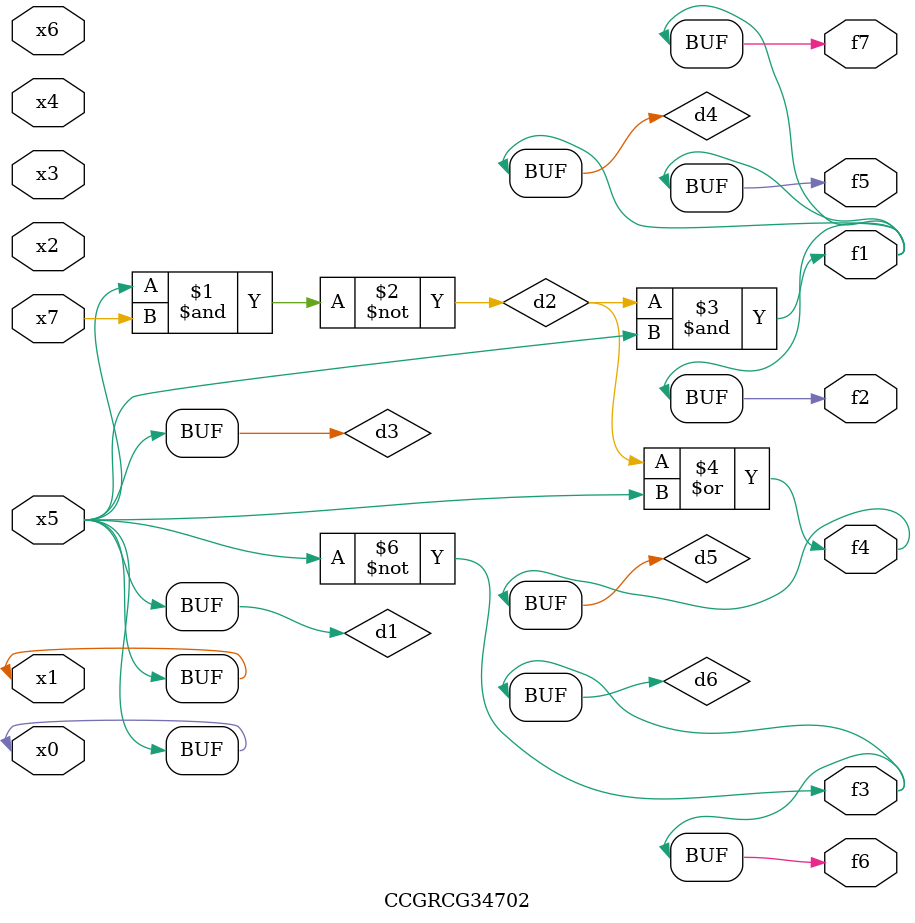
<source format=v>
module CCGRCG34702(
	input x0, x1, x2, x3, x4, x5, x6, x7,
	output f1, f2, f3, f4, f5, f6, f7
);

	wire d1, d2, d3, d4, d5, d6;

	buf (d1, x0, x5);
	nand (d2, x5, x7);
	buf (d3, x0, x1);
	and (d4, d2, d3);
	or (d5, d2, d3);
	nor (d6, d1, d3);
	assign f1 = d4;
	assign f2 = d4;
	assign f3 = d6;
	assign f4 = d5;
	assign f5 = d4;
	assign f6 = d6;
	assign f7 = d4;
endmodule

</source>
